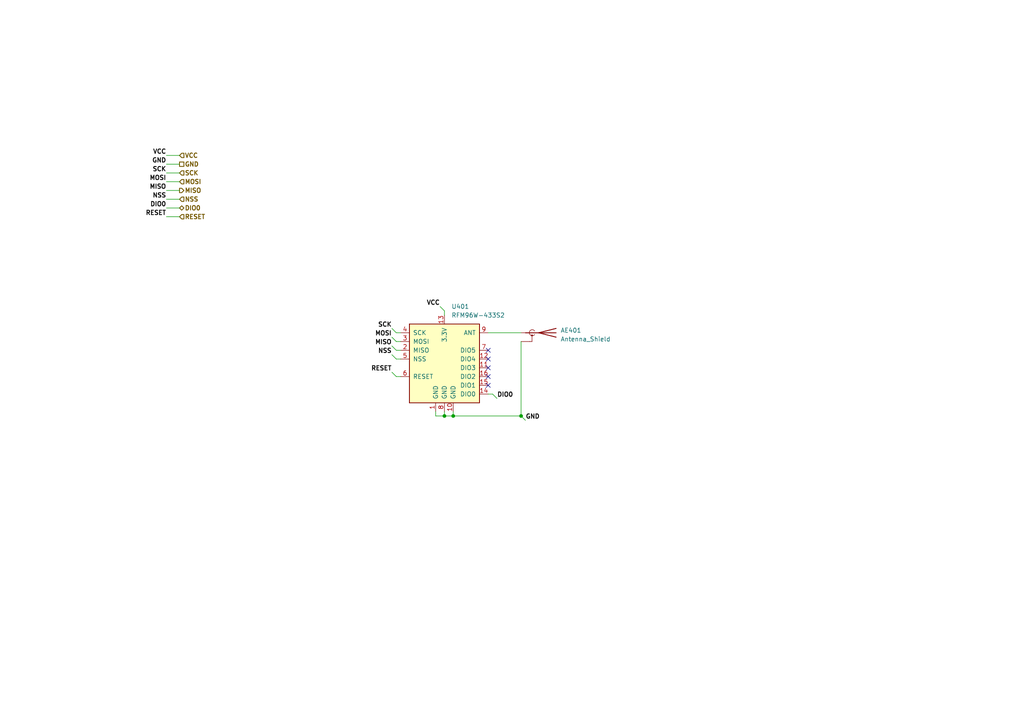
<source format=kicad_sch>
(kicad_sch (version 20211123) (generator eeschema)
  (paper "A4")
  (title_block (title "Control Unit - CanSat 2023") (date "2023-01-18") (rev "2022") (company "Project SkyFall") (comment 1 "David Haisman"))
  (lib_symbols
    (symbol "Device:Antenna_Shield" (pin_numbers hide) (pin_names (offset 1.016) hide)
      (property "Reference" "AE" (at -1.905 4.445 0))
      (property "Value" "Antenna_Shield" (at -1.905 2.54 0))
      (symbol "Antenna_Shield_0_1"
        (arc (start -0.508 -1.143) (mid -0.8429 -2.1194) (end 0 -2.667))
        (arc (start 0 -2.667) (mid 0.7989 -2.1052) (end 0.508 -1.143))
        (polyline (pts (xy 0 -2.54) (xy 0 0)))
        (polyline (pts (xy 0 5.08) (xy 0 -3.81)) (stroke (width 0.254)))
        (polyline (pts (xy 0.762 -1.905) (xy 2.54 -1.905)))
        (polyline (pts (xy 2.54 -2.54) (xy 2.54 -1.905)))
        (polyline (pts (xy 1.27 5.08) (xy 0 0) (xy -1.27 5.08)) (stroke (width 0.254)))
        (circle (center 0.762 -1.905) (radius 0.1778) (fill (type outline)))
      )
      (symbol "Antenna_Shield_1_1"
        (pin input line (at 0 -5.08 90) (length 2.54) (name "A") (number "1"))
        (pin input line (at 2.54 -5.08 90) (length 2.54) (name "Shield") (number "2"))
      )
    )
    (symbol "RF_Module:RFM96W-433S2" (pin_names (offset 1.016))
      (property "Reference" "U" (at -10.414 11.684 0))
      (property "Value" "RFM96W-433S2" (at 1.524 11.43 0))
      (symbol "RFM96W-433S2_0_1"
        (rectangle (start -10.16 10.16) (end 10.16 -12.7) (stroke (width 0.254)) (fill (type background)))
      )
      (symbol "RFM96W-433S2_1_1"
        (pin power_in line (at -2.54 -15.24 90) (length 2.54) (name "GND") (number "1"))
        (pin power_in line (at 2.54 -15.24 90) (length 2.54) (name "GND") (number "10"))
        (pin bidirectional line (at 12.7 -2.54 180) (length 2.54) (name "DIO3") (number "11"))
        (pin bidirectional line (at 12.7 0 180) (length 2.54) (name "DIO4") (number "12"))
        (pin power_in line (at 0 12.7 270) (length 2.54) (name "3.3V") (number "13"))
        (pin bidirectional line (at 12.7 -10.16 180) (length 2.54) (name "DIO0") (number "14"))
        (pin bidirectional line (at 12.7 -7.62 180) (length 2.54) (name "DIO1") (number "15"))
        (pin bidirectional line (at 12.7 -5.08 180) (length 2.54) (name "DIO2") (number "16"))
        (pin output line (at -12.7 2.54 0) (length 2.54) (name "MISO") (number "2"))
        (pin input line (at -12.7 5.08 0) (length 2.54) (name "MOSI") (number "3"))
        (pin input line (at -12.7 7.62 0) (length 2.54) (name "SCK") (number "4"))
        (pin input line (at -12.7 0 0) (length 2.54) (name "NSS") (number "5"))
        (pin bidirectional line (at -12.7 -5.08 0) (length 2.54) (name "RESET") (number "6"))
        (pin bidirectional line (at 12.7 2.54 180) (length 2.54) (name "DIO5") (number "7"))
        (pin power_in line (at 0 -15.24 90) (length 2.54) (name "GND") (number "8"))
        (pin bidirectional line (at 12.7 7.62 180) (length 2.54) (name "ANT") (number "9"))
      )
    )
  )
  (junction (at 131.445 120.65))
  (junction (at 128.905 120.65))
  (junction (at 151.13 120.65))
  (no_connect (at 141.605 111.76))
  (no_connect (at 141.605 109.22))
  (no_connect (at 141.605 106.68))
  (no_connect (at 141.605 104.14))
  (no_connect (at 141.605 101.6))
  (wire (pts (xy 128.905 90.17) (xy 127.635 88.9)))
  (wire (pts (xy 151.13 99.06) (xy 151.13 120.65)))
  (wire (pts (xy 128.905 91.44) (xy 128.905 90.17)))
  (wire (pts (xy 116.205 101.6) (xy 114.935 101.6)))
  (wire (pts (xy 52.07 62.865) (xy 48.26 62.865)))
  (wire (pts (xy 114.935 104.14) (xy 113.665 102.87)))
  (wire (pts (xy 114.935 99.06) (xy 113.665 97.79)))
  (wire (pts (xy 114.935 96.52) (xy 113.665 95.25)))
  (wire (pts (xy 52.07 52.705) (xy 48.26 52.705)))
  (wire (pts (xy 114.935 101.6) (xy 113.665 100.33)))
  (wire (pts (xy 48.26 55.245) (xy 52.07 55.245)))
  (wire (pts (xy 116.205 109.22) (xy 114.935 109.22)))
  (wire (pts (xy 116.205 99.06) (xy 114.935 99.06)))
  (wire (pts (xy 48.26 45.085) (xy 52.07 45.085)))
  (wire (pts (xy 142.875 114.3) (xy 144.145 115.57)))
  (wire (pts (xy 116.205 104.14) (xy 114.935 104.14)))
  (wire (pts (xy 48.26 50.165) (xy 52.07 50.165)))
  (wire (pts (xy 52.07 57.785) (xy 48.26 57.785)))
  (wire (pts (xy 151.13 120.65) (xy 152.4 121.92)))
  (wire (pts (xy 141.605 96.52) (xy 151.13 96.52)))
  (wire (pts (xy 141.605 114.3) (xy 142.875 114.3)))
  (wire (pts (xy 151.13 120.65) (xy 131.445 120.65)))
  (wire (pts (xy 48.26 60.325) (xy 52.07 60.325)))
  (wire (pts (xy 114.935 109.22) (xy 113.665 107.95)))
  (wire (pts (xy 131.445 120.65) (xy 131.445 119.38)))
  (wire (pts (xy 128.905 120.65) (xy 131.445 120.65)))
  (wire (pts (xy 116.205 96.52) (xy 114.935 96.52)))
  (wire (pts (xy 128.905 119.38) (xy 128.905 120.65)))
  (wire (pts (xy 52.07 47.625) (xy 48.26 47.625)))
  (wire (pts (xy 126.365 120.65) (xy 128.905 120.65)))
  (wire (pts (xy 126.365 119.38) (xy 126.365 120.65)))
  (label "SCK" (at 113.665 95.25 180) (effects (font bold)))
  (label "DIO0" (at 48.26 60.325 180) (effects (font bold)))
  (label "GND" (at 48.26 47.625 180) (effects (font bold)))
  (label "MOSI" (at 113.665 97.79 180) (effects (font bold)))
  (label "MOSI" (at 48.26 52.705 180) (effects (font bold)))
  (label "DIO0" (at 144.145 115.57 0) (effects (font bold)))
  (label "VCC" (at 127.635 88.9 180) (effects (font bold)))
  (label "NSS" (at 113.665 102.87 180) (effects (font bold)))
  (label "MISO" (at 48.26 55.245 180) (effects (font bold)))
  (label "NSS" (at 48.26 57.785 180) (effects (font bold)))
  (label "GND" (at 152.4 121.92 0) (effects (font bold)))
  (label "SCK" (at 48.26 50.165 180) (effects (font bold)))
  (label "RESET" (at 113.665 107.95 180) (effects (font bold)))
  (label "MISO" (at 113.665 100.33 180) (effects (font bold)))
  (label "VCC" (at 48.26 45.085 180) (effects (font bold)))
  (label "RESET" (at 48.26 62.865 180) (effects (font bold)))
  (hierarchical_label "GND" (shape passive) (at 52.07 47.625 0) (effects (font bold)))
  (hierarchical_label "NSS" (shape input) (at 52.07 57.785 0) (effects (font bold)))
  (hierarchical_label "VCC" (shape input) (at 52.07 45.085 0) (effects (font bold)))
  (hierarchical_label "MOSI" (shape input) (at 52.07 52.705 0) (effects (font bold)))
  (hierarchical_label "MISO" (shape output) (at 52.07 55.245 0) (effects (font bold)))
  (hierarchical_label "RESET" (shape input) (at 52.07 62.865 0) (effects (font bold)))
  (hierarchical_label "SCK" (shape input) (at 52.07 50.165 0) (effects (font bold)))
  (hierarchical_label "DIO0" (shape bidirectional) (at 52.07 60.325 0) (effects (font bold)))
  (symbol (lib_id "RF_Module:RFM96W-433S2") (at 128.905 104.14 0) (unit 1)
    (property "Reference" "U401" (at 130.9244 88.9 0) (effects (justify left)))
    (property "Value" "RFM96W-433S2" (at 130.9244 91.44 0) (effects (justify left)))
    (property "Footprint" "RF_Module:HOPERF_RFM9XW_SMD" (effects hide))
    (property "Datasheet" "https://www.hoperf.com/data/upload/portal/20181127/5bfcc0ac60235.pdf" (effects hide))
  )
  (symbol (lib_id "Device:Antenna_Shield") (at 156.21 96.52 270) (unit 1)
    (property "Reference" "AE401" (at 162.56 95.8214 90) (effects (justify left)))
    (property "Value" "Antenna_Shield" (at 162.56 98.3614 90) (effects (justify left)))
    (property "Footprint" "CanSat:U.FL_Hirose_U.FL-R-SMT-1_Vertical" (effects hide))
  )
)
</source>
